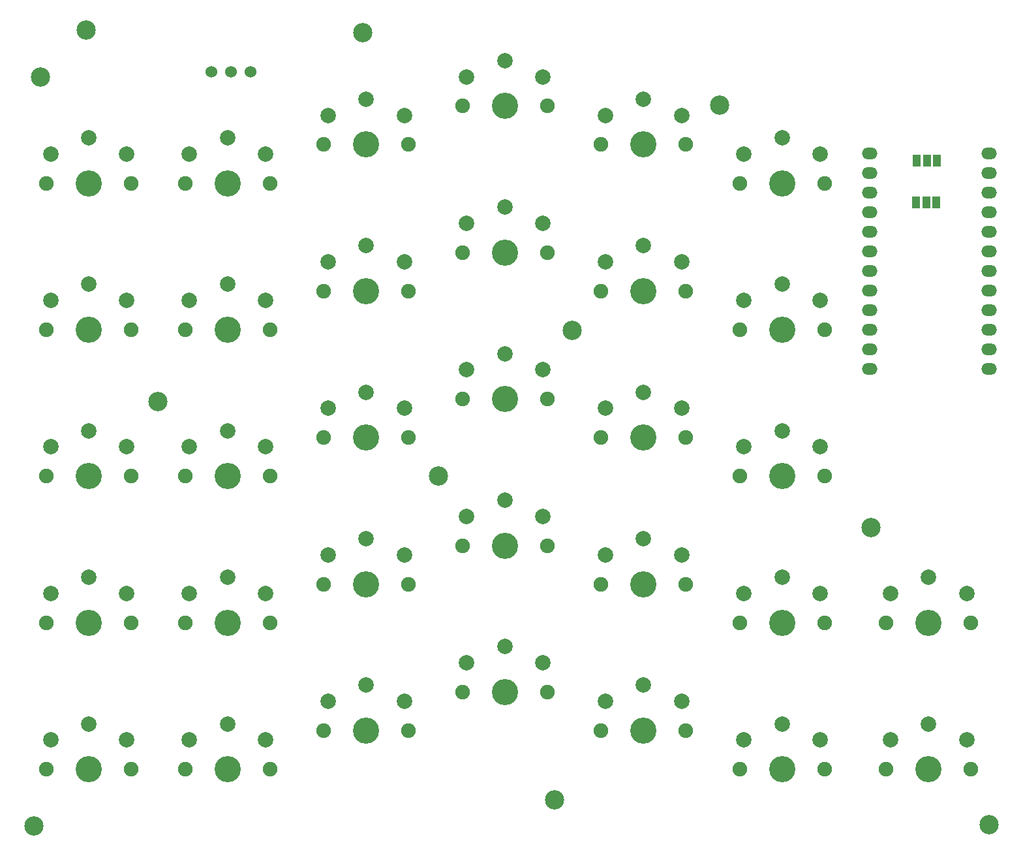
<source format=gbr>
%TF.GenerationSoftware,KiCad,Pcbnew,(5.1.7-0-10_14)*%
%TF.CreationDate,2022-11-13T20:21:01-08:00*%
%TF.ProjectId,swing-atreus-r,7377696e-672d-4617-9472-6575732d722e,rev?*%
%TF.SameCoordinates,Original*%
%TF.FileFunction,Soldermask,Bot*%
%TF.FilePolarity,Negative*%
%FSLAX46Y46*%
G04 Gerber Fmt 4.6, Leading zero omitted, Abs format (unit mm)*
G04 Created by KiCad (PCBNEW (5.1.7-0-10_14)) date 2022-11-13 20:21:01*
%MOMM*%
%LPD*%
G01*
G04 APERTURE LIST*
%ADD10R,1.000000X1.500000*%
%ADD11C,2.500000*%
%ADD12O,2.000000X1.500000*%
%ADD13C,2.000000*%
%ADD14C,1.900000*%
%ADD15C,3.400000*%
%ADD16C,1.524000*%
G04 APERTURE END LIST*
D10*
%TO.C,REF\u002A\u002A*%
X155280000Y-41950000D03*
X156580000Y-41950000D03*
X157880000Y-41950000D03*
%TD*%
%TO.C,REF\u002A\u002A*%
X155200000Y-47370000D03*
X156500000Y-47370000D03*
X157800000Y-47370000D03*
%TD*%
D11*
%TO.C,REF\u002A\u002A*%
X110550000Y-64000000D03*
%TD*%
%TO.C,REF\u002A\u002A*%
X56800000Y-73250000D03*
%TD*%
%TO.C,REF\u002A\u002A*%
X93150000Y-82900000D03*
%TD*%
%TO.C,REF\u002A\u002A*%
X40700000Y-128250000D03*
%TD*%
%TO.C,REF\u002A\u002A*%
X108250000Y-124900000D03*
%TD*%
%TO.C,REF\u002A\u002A*%
X164650000Y-128050000D03*
%TD*%
%TO.C,REF\u002A\u002A*%
X149350000Y-89550000D03*
%TD*%
%TO.C,REF\u002A\u002A*%
X129650000Y-34750000D03*
%TD*%
%TO.C,REF\u002A\u002A*%
X83350000Y-25350000D03*
%TD*%
%TO.C,REF\u002A\u002A*%
X41550000Y-31100000D03*
%TD*%
%TO.C,REF\u002A\u002A*%
X47500000Y-25000000D03*
%TD*%
D12*
%TO.C,U1*%
X164650000Y-41030000D03*
X149150000Y-41030000D03*
X164650000Y-43570000D03*
X149150000Y-43570000D03*
X164650000Y-46110000D03*
X149150000Y-46110000D03*
X164650000Y-48650000D03*
X149150000Y-48650000D03*
X164650000Y-51190000D03*
X149150000Y-51190000D03*
X164650000Y-53730000D03*
X149150000Y-53730000D03*
X164650000Y-56270000D03*
X149150000Y-56270000D03*
X164650000Y-58810000D03*
X149150000Y-58810000D03*
X164650000Y-61350000D03*
X149150000Y-61350000D03*
X164650000Y-63890000D03*
X149150000Y-63890000D03*
X164650000Y-66430000D03*
X149150000Y-66430000D03*
X164650000Y-68970000D03*
X149150000Y-68970000D03*
%TD*%
D13*
%TO.C,SW4*%
X42850000Y-60100000D03*
X52750000Y-60100000D03*
X47800000Y-58000000D03*
D14*
X42300000Y-63900000D03*
X53300000Y-63900000D03*
D15*
X47800000Y-63900000D03*
%TD*%
D16*
%TO.C,SW1*%
X68786000Y-30456000D03*
X66246000Y-30456000D03*
X63706000Y-30456000D03*
%TD*%
D15*
%TO.C,SW3*%
X47800000Y-44900000D03*
D14*
X53300000Y-44900000D03*
X42300000Y-44900000D03*
D13*
X47800000Y-39000000D03*
X52750000Y-41100000D03*
X42850000Y-41100000D03*
%TD*%
%TO.C,SW5*%
X42850000Y-79100000D03*
X52750000Y-79100000D03*
X47800000Y-77000000D03*
D14*
X42300000Y-82900000D03*
X53300000Y-82900000D03*
D15*
X47800000Y-82900000D03*
%TD*%
%TO.C,SW6*%
X47800000Y-101900000D03*
D14*
X53300000Y-101900000D03*
X42300000Y-101900000D03*
D13*
X47800000Y-96000000D03*
X52750000Y-98100000D03*
X42850000Y-98100000D03*
%TD*%
D15*
%TO.C,SW7*%
X47800000Y-120900000D03*
D14*
X53300000Y-120900000D03*
X42300000Y-120900000D03*
D13*
X47800000Y-115000000D03*
X52750000Y-117100000D03*
X42850000Y-117100000D03*
%TD*%
%TO.C,SW8*%
X60850000Y-41100000D03*
X70750000Y-41100000D03*
X65800000Y-39000000D03*
D14*
X60300000Y-44900000D03*
X71300000Y-44900000D03*
D15*
X65800000Y-44900000D03*
%TD*%
D13*
%TO.C,SW9*%
X60850000Y-60100000D03*
X70750000Y-60100000D03*
X65800000Y-58000000D03*
D14*
X60300000Y-63900000D03*
X71300000Y-63900000D03*
D15*
X65800000Y-63900000D03*
%TD*%
D13*
%TO.C,SW10*%
X60850000Y-79100000D03*
X70750000Y-79100000D03*
X65800000Y-77000000D03*
D14*
X60300000Y-82900000D03*
X71300000Y-82900000D03*
D15*
X65800000Y-82900000D03*
%TD*%
%TO.C,SW11*%
X65800000Y-101900000D03*
D14*
X71300000Y-101900000D03*
X60300000Y-101900000D03*
D13*
X65800000Y-96000000D03*
X70750000Y-98100000D03*
X60850000Y-98100000D03*
%TD*%
D15*
%TO.C,SW12*%
X65800000Y-120900000D03*
D14*
X71300000Y-120900000D03*
X60300000Y-120900000D03*
D13*
X65800000Y-115000000D03*
X70750000Y-117100000D03*
X60850000Y-117100000D03*
%TD*%
%TO.C,SW13*%
X78850000Y-36100000D03*
X88750000Y-36100000D03*
X83800000Y-34000000D03*
D14*
X78300000Y-39900000D03*
X89300000Y-39900000D03*
D15*
X83800000Y-39900000D03*
%TD*%
D13*
%TO.C,SW14*%
X78850000Y-55100000D03*
X88750000Y-55100000D03*
X83800000Y-53000000D03*
D14*
X78300000Y-58900000D03*
X89300000Y-58900000D03*
D15*
X83800000Y-58900000D03*
%TD*%
D13*
%TO.C,SW15*%
X78850000Y-74100000D03*
X88750000Y-74100000D03*
X83800000Y-72000000D03*
D14*
X78300000Y-77900000D03*
X89300000Y-77900000D03*
D15*
X83800000Y-77900000D03*
%TD*%
%TO.C,SW16*%
X83800000Y-96900000D03*
D14*
X89300000Y-96900000D03*
X78300000Y-96900000D03*
D13*
X83800000Y-91000000D03*
X88750000Y-93100000D03*
X78850000Y-93100000D03*
%TD*%
D15*
%TO.C,SW17*%
X83800000Y-115900000D03*
D14*
X89300000Y-115900000D03*
X78300000Y-115900000D03*
D13*
X83800000Y-110000000D03*
X88750000Y-112100000D03*
X78850000Y-112100000D03*
%TD*%
%TO.C,SW18*%
X96850000Y-31100000D03*
X106750000Y-31100000D03*
X101800000Y-29000000D03*
D14*
X96300000Y-34900000D03*
X107300000Y-34900000D03*
D15*
X101800000Y-34900000D03*
%TD*%
D13*
%TO.C,SW19*%
X96850000Y-50100000D03*
X106750000Y-50100000D03*
X101800000Y-48000000D03*
D14*
X96300000Y-53900000D03*
X107300000Y-53900000D03*
D15*
X101800000Y-53900000D03*
%TD*%
D13*
%TO.C,SW20*%
X96850000Y-69100000D03*
X106750000Y-69100000D03*
X101800000Y-67000000D03*
D14*
X96300000Y-72900000D03*
X107300000Y-72900000D03*
D15*
X101800000Y-72900000D03*
%TD*%
%TO.C,SW21*%
X101800000Y-91900000D03*
D14*
X107300000Y-91900000D03*
X96300000Y-91900000D03*
D13*
X101800000Y-86000000D03*
X106750000Y-88100000D03*
X96850000Y-88100000D03*
%TD*%
D15*
%TO.C,SW22*%
X101800000Y-110900000D03*
D14*
X107300000Y-110900000D03*
X96300000Y-110900000D03*
D13*
X101800000Y-105000000D03*
X106750000Y-107100000D03*
X96850000Y-107100000D03*
%TD*%
%TO.C,SW23*%
X114850000Y-36100000D03*
X124750000Y-36100000D03*
X119800000Y-34000000D03*
D14*
X114300000Y-39900000D03*
X125300000Y-39900000D03*
D15*
X119800000Y-39900000D03*
%TD*%
D13*
%TO.C,SW24*%
X114850000Y-55100000D03*
X124750000Y-55100000D03*
X119800000Y-53000000D03*
D14*
X114300000Y-58900000D03*
X125300000Y-58900000D03*
D15*
X119800000Y-58900000D03*
%TD*%
D13*
%TO.C,SW25*%
X114850000Y-74100000D03*
X124750000Y-74100000D03*
X119800000Y-72000000D03*
D14*
X114300000Y-77900000D03*
X125300000Y-77900000D03*
D15*
X119800000Y-77900000D03*
%TD*%
%TO.C,SW26*%
X119800000Y-96900000D03*
D14*
X125300000Y-96900000D03*
X114300000Y-96900000D03*
D13*
X119800000Y-91000000D03*
X124750000Y-93100000D03*
X114850000Y-93100000D03*
%TD*%
D15*
%TO.C,SW27*%
X119800000Y-115900000D03*
D14*
X125300000Y-115900000D03*
X114300000Y-115900000D03*
D13*
X119800000Y-110000000D03*
X124750000Y-112100000D03*
X114850000Y-112100000D03*
%TD*%
%TO.C,SW28*%
X132850000Y-41100000D03*
X142750000Y-41100000D03*
X137800000Y-39000000D03*
D14*
X132300000Y-44900000D03*
X143300000Y-44900000D03*
D15*
X137800000Y-44900000D03*
%TD*%
D13*
%TO.C,SW29*%
X132850000Y-60100000D03*
X142750000Y-60100000D03*
X137800000Y-58000000D03*
D14*
X132300000Y-63900000D03*
X143300000Y-63900000D03*
D15*
X137800000Y-63900000D03*
%TD*%
%TO.C,SW30*%
X137800000Y-82900000D03*
D14*
X143300000Y-82900000D03*
X132300000Y-82900000D03*
D13*
X137800000Y-77000000D03*
X142750000Y-79100000D03*
X132850000Y-79100000D03*
%TD*%
D15*
%TO.C,SW31*%
X137800000Y-101900000D03*
D14*
X143300000Y-101900000D03*
X132300000Y-101900000D03*
D13*
X137800000Y-96000000D03*
X142750000Y-98100000D03*
X132850000Y-98100000D03*
%TD*%
D15*
%TO.C,SW32*%
X137800000Y-120900000D03*
D14*
X143300000Y-120900000D03*
X132300000Y-120900000D03*
D13*
X137800000Y-115000000D03*
X142750000Y-117100000D03*
X132850000Y-117100000D03*
%TD*%
D15*
%TO.C,SW33*%
X156800000Y-101900000D03*
D14*
X162300000Y-101900000D03*
X151300000Y-101900000D03*
D13*
X156800000Y-96000000D03*
X161750000Y-98100000D03*
X151850000Y-98100000D03*
%TD*%
D15*
%TO.C,SW34*%
X156800000Y-120900000D03*
D14*
X162300000Y-120900000D03*
X151300000Y-120900000D03*
D13*
X156800000Y-115000000D03*
X161750000Y-117100000D03*
X151850000Y-117100000D03*
%TD*%
M02*

</source>
